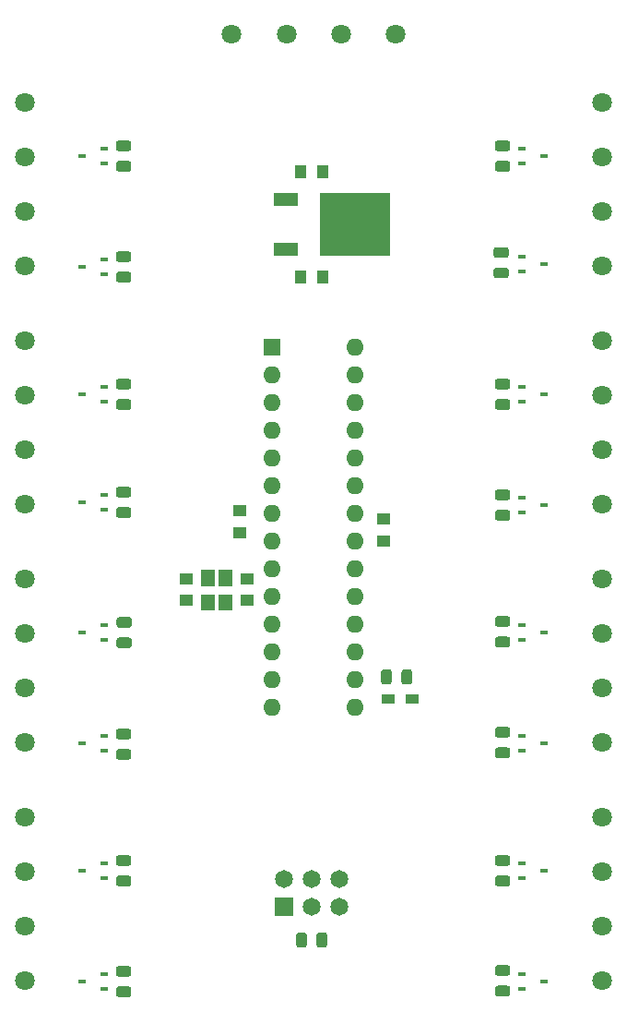
<source format=gbr>
%TF.GenerationSoftware,KiCad,Pcbnew,(5.1.9)-1*%
%TF.CreationDate,2021-06-30T11:02:33-04:00*%
%TF.ProjectId,disco_fish,64697363-6f5f-4666-9973-682e6b696361,rev?*%
%TF.SameCoordinates,Original*%
%TF.FileFunction,Soldermask,Top*%
%TF.FilePolarity,Negative*%
%FSLAX46Y46*%
G04 Gerber Fmt 4.6, Leading zero omitted, Abs format (unit mm)*
G04 Created by KiCad (PCBNEW (5.1.9)-1) date 2021-06-30 11:02:33*
%MOMM*%
%LPD*%
G01*
G04 APERTURE LIST*
%ADD10C,0.100000*%
%ADD11O,1.600000X1.600000*%
%ADD12R,1.600000X1.600000*%
%ADD13R,1.000000X1.250000*%
%ADD14R,1.250000X1.000000*%
%ADD15R,1.200000X0.900000*%
%ADD16C,1.651000*%
%ADD17R,1.651000X1.651000*%
%ADD18C,1.800000*%
%ADD19R,0.700000X0.450000*%
%ADD20R,6.400000X5.800000*%
%ADD21R,2.200000X1.200000*%
%ADD22R,1.200000X1.400000*%
G04 APERTURE END LIST*
D10*
%TO.C,Y1*%
G36*
X156311600Y-95072200D02*
G01*
X156311600Y-96469200D01*
X157505400Y-96469200D01*
X157505400Y-95072200D01*
X156311600Y-95072200D01*
G37*
X156311600Y-95072200D02*
X156311600Y-96469200D01*
X157505400Y-96469200D01*
X157505400Y-95072200D01*
X156311600Y-95072200D01*
G36*
X156311600Y-97332800D02*
G01*
X156311600Y-98729800D01*
X157505400Y-98729800D01*
X157505400Y-97332800D01*
X156311600Y-97332800D01*
G37*
X156311600Y-97332800D02*
X156311600Y-98729800D01*
X157505400Y-98729800D01*
X157505400Y-97332800D01*
X156311600Y-97332800D01*
G36*
X154660600Y-97332800D02*
G01*
X154660600Y-98729800D01*
X155854400Y-98729800D01*
X155854400Y-97332800D01*
X154660600Y-97332800D01*
G37*
X154660600Y-97332800D02*
X154660600Y-98729800D01*
X155854400Y-98729800D01*
X155854400Y-97332800D01*
X154660600Y-97332800D01*
G36*
X154660600Y-95072200D02*
G01*
X154660600Y-96469200D01*
X155854400Y-96469200D01*
X155854400Y-95072200D01*
X154660600Y-95072200D01*
G37*
X154660600Y-95072200D02*
X154660600Y-96469200D01*
X155854400Y-96469200D01*
X155854400Y-95072200D01*
X154660600Y-95072200D01*
%TD*%
D11*
%TO.C,U2*%
X168783000Y-74676000D03*
X161163000Y-107696000D03*
X168783000Y-77216000D03*
X161163000Y-105156000D03*
X168783000Y-79756000D03*
X161163000Y-102616000D03*
X168783000Y-82296000D03*
X161163000Y-100076000D03*
X168783000Y-84836000D03*
X161163000Y-97536000D03*
X168783000Y-87376000D03*
X161163000Y-94996000D03*
X168783000Y-89916000D03*
X161163000Y-92456000D03*
X168783000Y-92456000D03*
X161163000Y-89916000D03*
X168783000Y-94996000D03*
X161163000Y-87376000D03*
X168783000Y-97536000D03*
X161163000Y-84836000D03*
X168783000Y-100076000D03*
X161163000Y-82296000D03*
X168783000Y-102616000D03*
X161163000Y-79756000D03*
X168783000Y-105156000D03*
X161163000Y-77216000D03*
X168783000Y-107696000D03*
D12*
X161163000Y-74676000D03*
%TD*%
D13*
%TO.C,C1*%
X165846000Y-58547000D03*
X163846000Y-58547000D03*
%TD*%
%TO.C,C2*%
X165846000Y-68199000D03*
X163846000Y-68199000D03*
%TD*%
D14*
%TO.C,C3*%
X153289000Y-97901000D03*
X153289000Y-95901000D03*
%TD*%
%TO.C,C4*%
X158877000Y-97901000D03*
X158877000Y-95901000D03*
%TD*%
%TO.C,C5*%
X158242000Y-89678000D03*
X158242000Y-91678000D03*
%TD*%
%TO.C,C6*%
X171450000Y-90440000D03*
X171450000Y-92440000D03*
%TD*%
D15*
%TO.C,D1*%
X171874000Y-106934000D03*
X174074000Y-106934000D03*
%TD*%
D16*
%TO.C,J10*%
X167386000Y-123444000D03*
X167386000Y-125984000D03*
X164846000Y-123444000D03*
X164846000Y-125984000D03*
X162306000Y-123444000D03*
D17*
X162306000Y-125984000D03*
%TD*%
D18*
%TO.C,J1*%
X138493500Y-67197000D03*
X138493500Y-62197000D03*
X138493500Y-57197000D03*
X138493500Y-52197000D03*
%TD*%
%TO.C,J2*%
X138493500Y-74041000D03*
X138493500Y-79041000D03*
X138493500Y-84041000D03*
X138493500Y-89041000D03*
%TD*%
%TO.C,J3*%
X138493500Y-110885000D03*
X138493500Y-105885000D03*
X138493500Y-100885000D03*
X138493500Y-95885000D03*
%TD*%
%TO.C,J4*%
X138493500Y-117729000D03*
X138493500Y-122729000D03*
X138493500Y-127729000D03*
X138493500Y-132729000D03*
%TD*%
%TO.C,J5*%
X191516000Y-52208400D03*
X191516000Y-57208400D03*
X191516000Y-62208400D03*
X191516000Y-67208400D03*
%TD*%
%TO.C,J6*%
X191516000Y-89052400D03*
X191516000Y-84052400D03*
X191516000Y-79052400D03*
X191516000Y-74052400D03*
%TD*%
%TO.C,J7*%
X191516000Y-95896400D03*
X191516000Y-100896400D03*
X191516000Y-105896400D03*
X191516000Y-110896400D03*
%TD*%
%TO.C,J8*%
X191516000Y-132740400D03*
X191516000Y-127740400D03*
X191516000Y-122740400D03*
X191516000Y-117740400D03*
%TD*%
D19*
%TO.C,Q1*%
X184166000Y-110348000D03*
X184166000Y-111648000D03*
X186166000Y-110998000D03*
%TD*%
%TO.C,Q2*%
X186166000Y-67056000D03*
X184166000Y-67706000D03*
X184166000Y-66406000D03*
%TD*%
%TO.C,Q3*%
X145780000Y-101488000D03*
X145780000Y-100188000D03*
X143780000Y-100838000D03*
%TD*%
%TO.C,Q4*%
X143780000Y-57150000D03*
X145780000Y-56500000D03*
X145780000Y-57800000D03*
%TD*%
%TO.C,Q5*%
X186166000Y-100838000D03*
X184166000Y-101488000D03*
X184166000Y-100188000D03*
%TD*%
%TO.C,Q6*%
X184166000Y-56500000D03*
X184166000Y-57800000D03*
X186166000Y-57150000D03*
%TD*%
%TO.C,Q7*%
X143780000Y-110998000D03*
X145780000Y-110348000D03*
X145780000Y-111648000D03*
%TD*%
%TO.C,Q8*%
X145780000Y-67960000D03*
X145780000Y-66660000D03*
X143780000Y-67310000D03*
%TD*%
%TO.C,Q9*%
X186166000Y-132842000D03*
X184166000Y-133492000D03*
X184166000Y-132192000D03*
%TD*%
%TO.C,Q10*%
X184166000Y-88504000D03*
X184166000Y-89804000D03*
X186166000Y-89154000D03*
%TD*%
%TO.C,Q11*%
X143780000Y-122682000D03*
X145780000Y-122032000D03*
X145780000Y-123332000D03*
%TD*%
%TO.C,Q12*%
X145780000Y-79644000D03*
X145780000Y-78344000D03*
X143780000Y-78994000D03*
%TD*%
%TO.C,Q13*%
X186166000Y-122682000D03*
X184166000Y-123332000D03*
X184166000Y-122032000D03*
%TD*%
%TO.C,Q14*%
X184166000Y-78344000D03*
X184166000Y-79644000D03*
X186166000Y-78994000D03*
%TD*%
%TO.C,Q15*%
X143780000Y-132842000D03*
X145780000Y-132192000D03*
X145780000Y-133492000D03*
%TD*%
%TO.C,Q16*%
X145780000Y-89550000D03*
X145780000Y-88250000D03*
X143780000Y-88900000D03*
%TD*%
%TO.C,R1*%
G36*
G01*
X181915750Y-111369500D02*
X182828250Y-111369500D01*
G75*
G02*
X183072000Y-111613250I0J-243750D01*
G01*
X183072000Y-112100750D01*
G75*
G02*
X182828250Y-112344500I-243750J0D01*
G01*
X181915750Y-112344500D01*
G75*
G02*
X181672000Y-112100750I0J243750D01*
G01*
X181672000Y-111613250D01*
G75*
G02*
X181915750Y-111369500I243750J0D01*
G01*
G37*
G36*
G01*
X181915750Y-109494500D02*
X182828250Y-109494500D01*
G75*
G02*
X183072000Y-109738250I0J-243750D01*
G01*
X183072000Y-110225750D01*
G75*
G02*
X182828250Y-110469500I-243750J0D01*
G01*
X181915750Y-110469500D01*
G75*
G02*
X181672000Y-110225750I0J243750D01*
G01*
X181672000Y-109738250D01*
G75*
G02*
X181915750Y-109494500I243750J0D01*
G01*
G37*
%TD*%
%TO.C,R2*%
G36*
G01*
X181788750Y-65504000D02*
X182701250Y-65504000D01*
G75*
G02*
X182945000Y-65747750I0J-243750D01*
G01*
X182945000Y-66235250D01*
G75*
G02*
X182701250Y-66479000I-243750J0D01*
G01*
X181788750Y-66479000D01*
G75*
G02*
X181545000Y-66235250I0J243750D01*
G01*
X181545000Y-65747750D01*
G75*
G02*
X181788750Y-65504000I243750J0D01*
G01*
G37*
G36*
G01*
X181788750Y-67379000D02*
X182701250Y-67379000D01*
G75*
G02*
X182945000Y-67622750I0J-243750D01*
G01*
X182945000Y-68110250D01*
G75*
G02*
X182701250Y-68354000I-243750J0D01*
G01*
X181788750Y-68354000D01*
G75*
G02*
X181545000Y-68110250I0J243750D01*
G01*
X181545000Y-67622750D01*
G75*
G02*
X181788750Y-67379000I243750J0D01*
G01*
G37*
%TD*%
%TO.C,R3*%
G36*
G01*
X148073251Y-100388000D02*
X147160751Y-100388000D01*
G75*
G02*
X146917001Y-100144250I0J243750D01*
G01*
X146917001Y-99656750D01*
G75*
G02*
X147160751Y-99413000I243750J0D01*
G01*
X148073251Y-99413000D01*
G75*
G02*
X148317001Y-99656750I0J-243750D01*
G01*
X148317001Y-100144250D01*
G75*
G02*
X148073251Y-100388000I-243750J0D01*
G01*
G37*
G36*
G01*
X148073251Y-102263000D02*
X147160751Y-102263000D01*
G75*
G02*
X146917001Y-102019250I0J243750D01*
G01*
X146917001Y-101531750D01*
G75*
G02*
X147160751Y-101288000I243750J0D01*
G01*
X148073251Y-101288000D01*
G75*
G02*
X148317001Y-101531750I0J-243750D01*
G01*
X148317001Y-102019250D01*
G75*
G02*
X148073251Y-102263000I-243750J0D01*
G01*
G37*
%TD*%
%TO.C,R4*%
G36*
G01*
X148030250Y-56700000D02*
X147117750Y-56700000D01*
G75*
G02*
X146874000Y-56456250I0J243750D01*
G01*
X146874000Y-55968750D01*
G75*
G02*
X147117750Y-55725000I243750J0D01*
G01*
X148030250Y-55725000D01*
G75*
G02*
X148274000Y-55968750I0J-243750D01*
G01*
X148274000Y-56456250D01*
G75*
G02*
X148030250Y-56700000I-243750J0D01*
G01*
G37*
G36*
G01*
X148030250Y-58575000D02*
X147117750Y-58575000D01*
G75*
G02*
X146874000Y-58331250I0J243750D01*
G01*
X146874000Y-57843750D01*
G75*
G02*
X147117750Y-57600000I243750J0D01*
G01*
X148030250Y-57600000D01*
G75*
G02*
X148274000Y-57843750I0J-243750D01*
G01*
X148274000Y-58331250D01*
G75*
G02*
X148030250Y-58575000I-243750J0D01*
G01*
G37*
%TD*%
%TO.C,R5*%
G36*
G01*
X181915750Y-101209500D02*
X182828250Y-101209500D01*
G75*
G02*
X183072000Y-101453250I0J-243750D01*
G01*
X183072000Y-101940750D01*
G75*
G02*
X182828250Y-102184500I-243750J0D01*
G01*
X181915750Y-102184500D01*
G75*
G02*
X181672000Y-101940750I0J243750D01*
G01*
X181672000Y-101453250D01*
G75*
G02*
X181915750Y-101209500I243750J0D01*
G01*
G37*
G36*
G01*
X181915750Y-99334500D02*
X182828250Y-99334500D01*
G75*
G02*
X183072000Y-99578250I0J-243750D01*
G01*
X183072000Y-100065750D01*
G75*
G02*
X182828250Y-100309500I-243750J0D01*
G01*
X181915750Y-100309500D01*
G75*
G02*
X181672000Y-100065750I0J243750D01*
G01*
X181672000Y-99578250D01*
G75*
G02*
X181915750Y-99334500I243750J0D01*
G01*
G37*
%TD*%
%TO.C,R6*%
G36*
G01*
X181915750Y-55725000D02*
X182828250Y-55725000D01*
G75*
G02*
X183072000Y-55968750I0J-243750D01*
G01*
X183072000Y-56456250D01*
G75*
G02*
X182828250Y-56700000I-243750J0D01*
G01*
X181915750Y-56700000D01*
G75*
G02*
X181672000Y-56456250I0J243750D01*
G01*
X181672000Y-55968750D01*
G75*
G02*
X181915750Y-55725000I243750J0D01*
G01*
G37*
G36*
G01*
X181915750Y-57600000D02*
X182828250Y-57600000D01*
G75*
G02*
X183072000Y-57843750I0J-243750D01*
G01*
X183072000Y-58331250D01*
G75*
G02*
X182828250Y-58575000I-243750J0D01*
G01*
X181915750Y-58575000D01*
G75*
G02*
X181672000Y-58331250I0J243750D01*
G01*
X181672000Y-57843750D01*
G75*
G02*
X181915750Y-57600000I243750J0D01*
G01*
G37*
%TD*%
%TO.C,R7*%
G36*
G01*
X148030250Y-110626500D02*
X147117750Y-110626500D01*
G75*
G02*
X146874000Y-110382750I0J243750D01*
G01*
X146874000Y-109895250D01*
G75*
G02*
X147117750Y-109651500I243750J0D01*
G01*
X148030250Y-109651500D01*
G75*
G02*
X148274000Y-109895250I0J-243750D01*
G01*
X148274000Y-110382750D01*
G75*
G02*
X148030250Y-110626500I-243750J0D01*
G01*
G37*
G36*
G01*
X148030250Y-112501500D02*
X147117750Y-112501500D01*
G75*
G02*
X146874000Y-112257750I0J243750D01*
G01*
X146874000Y-111770250D01*
G75*
G02*
X147117750Y-111526500I243750J0D01*
G01*
X148030250Y-111526500D01*
G75*
G02*
X148274000Y-111770250I0J-243750D01*
G01*
X148274000Y-112257750D01*
G75*
G02*
X148030250Y-112501500I-243750J0D01*
G01*
G37*
%TD*%
%TO.C,R8*%
G36*
G01*
X148030250Y-66860000D02*
X147117750Y-66860000D01*
G75*
G02*
X146874000Y-66616250I0J243750D01*
G01*
X146874000Y-66128750D01*
G75*
G02*
X147117750Y-65885000I243750J0D01*
G01*
X148030250Y-65885000D01*
G75*
G02*
X148274000Y-66128750I0J-243750D01*
G01*
X148274000Y-66616250D01*
G75*
G02*
X148030250Y-66860000I-243750J0D01*
G01*
G37*
G36*
G01*
X148030250Y-68735000D02*
X147117750Y-68735000D01*
G75*
G02*
X146874000Y-68491250I0J243750D01*
G01*
X146874000Y-68003750D01*
G75*
G02*
X147117750Y-67760000I243750J0D01*
G01*
X148030250Y-67760000D01*
G75*
G02*
X148274000Y-68003750I0J-243750D01*
G01*
X148274000Y-68491250D01*
G75*
G02*
X148030250Y-68735000I-243750J0D01*
G01*
G37*
%TD*%
%TO.C,R9*%
G36*
G01*
X174066500Y-104445750D02*
X174066500Y-105358250D01*
G75*
G02*
X173822750Y-105602000I-243750J0D01*
G01*
X173335250Y-105602000D01*
G75*
G02*
X173091500Y-105358250I0J243750D01*
G01*
X173091500Y-104445750D01*
G75*
G02*
X173335250Y-104202000I243750J0D01*
G01*
X173822750Y-104202000D01*
G75*
G02*
X174066500Y-104445750I0J-243750D01*
G01*
G37*
G36*
G01*
X172191500Y-104445750D02*
X172191500Y-105358250D01*
G75*
G02*
X171947750Y-105602000I-243750J0D01*
G01*
X171460250Y-105602000D01*
G75*
G02*
X171216500Y-105358250I0J243750D01*
G01*
X171216500Y-104445750D01*
G75*
G02*
X171460250Y-104202000I243750J0D01*
G01*
X171947750Y-104202000D01*
G75*
G02*
X172191500Y-104445750I0J-243750D01*
G01*
G37*
%TD*%
%TO.C,R10*%
G36*
G01*
X181915750Y-133213500D02*
X182828250Y-133213500D01*
G75*
G02*
X183072000Y-133457250I0J-243750D01*
G01*
X183072000Y-133944750D01*
G75*
G02*
X182828250Y-134188500I-243750J0D01*
G01*
X181915750Y-134188500D01*
G75*
G02*
X181672000Y-133944750I0J243750D01*
G01*
X181672000Y-133457250D01*
G75*
G02*
X181915750Y-133213500I243750J0D01*
G01*
G37*
G36*
G01*
X181915750Y-131338500D02*
X182828250Y-131338500D01*
G75*
G02*
X183072000Y-131582250I0J-243750D01*
G01*
X183072000Y-132069750D01*
G75*
G02*
X182828250Y-132313500I-243750J0D01*
G01*
X181915750Y-132313500D01*
G75*
G02*
X181672000Y-132069750I0J243750D01*
G01*
X181672000Y-131582250D01*
G75*
G02*
X181915750Y-131338500I243750J0D01*
G01*
G37*
%TD*%
%TO.C,R11*%
G36*
G01*
X181915750Y-87729000D02*
X182828250Y-87729000D01*
G75*
G02*
X183072000Y-87972750I0J-243750D01*
G01*
X183072000Y-88460250D01*
G75*
G02*
X182828250Y-88704000I-243750J0D01*
G01*
X181915750Y-88704000D01*
G75*
G02*
X181672000Y-88460250I0J243750D01*
G01*
X181672000Y-87972750D01*
G75*
G02*
X181915750Y-87729000I243750J0D01*
G01*
G37*
G36*
G01*
X181915750Y-89604000D02*
X182828250Y-89604000D01*
G75*
G02*
X183072000Y-89847750I0J-243750D01*
G01*
X183072000Y-90335250D01*
G75*
G02*
X182828250Y-90579000I-243750J0D01*
G01*
X181915750Y-90579000D01*
G75*
G02*
X181672000Y-90335250I0J243750D01*
G01*
X181672000Y-89847750D01*
G75*
G02*
X181915750Y-89604000I243750J0D01*
G01*
G37*
%TD*%
%TO.C,R12*%
G36*
G01*
X148030250Y-124107000D02*
X147117750Y-124107000D01*
G75*
G02*
X146874000Y-123863250I0J243750D01*
G01*
X146874000Y-123375750D01*
G75*
G02*
X147117750Y-123132000I243750J0D01*
G01*
X148030250Y-123132000D01*
G75*
G02*
X148274000Y-123375750I0J-243750D01*
G01*
X148274000Y-123863250D01*
G75*
G02*
X148030250Y-124107000I-243750J0D01*
G01*
G37*
G36*
G01*
X148030250Y-122232000D02*
X147117750Y-122232000D01*
G75*
G02*
X146874000Y-121988250I0J243750D01*
G01*
X146874000Y-121500750D01*
G75*
G02*
X147117750Y-121257000I243750J0D01*
G01*
X148030250Y-121257000D01*
G75*
G02*
X148274000Y-121500750I0J-243750D01*
G01*
X148274000Y-121988250D01*
G75*
G02*
X148030250Y-122232000I-243750J0D01*
G01*
G37*
%TD*%
%TO.C,R13*%
G36*
G01*
X148030250Y-78544000D02*
X147117750Y-78544000D01*
G75*
G02*
X146874000Y-78300250I0J243750D01*
G01*
X146874000Y-77812750D01*
G75*
G02*
X147117750Y-77569000I243750J0D01*
G01*
X148030250Y-77569000D01*
G75*
G02*
X148274000Y-77812750I0J-243750D01*
G01*
X148274000Y-78300250D01*
G75*
G02*
X148030250Y-78544000I-243750J0D01*
G01*
G37*
G36*
G01*
X148030250Y-80419000D02*
X147117750Y-80419000D01*
G75*
G02*
X146874000Y-80175250I0J243750D01*
G01*
X146874000Y-79687750D01*
G75*
G02*
X147117750Y-79444000I243750J0D01*
G01*
X148030250Y-79444000D01*
G75*
G02*
X148274000Y-79687750I0J-243750D01*
G01*
X148274000Y-80175250D01*
G75*
G02*
X148030250Y-80419000I-243750J0D01*
G01*
G37*
%TD*%
%TO.C,R14*%
G36*
G01*
X181915750Y-123132000D02*
X182828250Y-123132000D01*
G75*
G02*
X183072000Y-123375750I0J-243750D01*
G01*
X183072000Y-123863250D01*
G75*
G02*
X182828250Y-124107000I-243750J0D01*
G01*
X181915750Y-124107000D01*
G75*
G02*
X181672000Y-123863250I0J243750D01*
G01*
X181672000Y-123375750D01*
G75*
G02*
X181915750Y-123132000I243750J0D01*
G01*
G37*
G36*
G01*
X181915750Y-121257000D02*
X182828250Y-121257000D01*
G75*
G02*
X183072000Y-121500750I0J-243750D01*
G01*
X183072000Y-121988250D01*
G75*
G02*
X182828250Y-122232000I-243750J0D01*
G01*
X181915750Y-122232000D01*
G75*
G02*
X181672000Y-121988250I0J243750D01*
G01*
X181672000Y-121500750D01*
G75*
G02*
X181915750Y-121257000I243750J0D01*
G01*
G37*
%TD*%
%TO.C,R15*%
G36*
G01*
X181915750Y-77569000D02*
X182828250Y-77569000D01*
G75*
G02*
X183072000Y-77812750I0J-243750D01*
G01*
X183072000Y-78300250D01*
G75*
G02*
X182828250Y-78544000I-243750J0D01*
G01*
X181915750Y-78544000D01*
G75*
G02*
X181672000Y-78300250I0J243750D01*
G01*
X181672000Y-77812750D01*
G75*
G02*
X181915750Y-77569000I243750J0D01*
G01*
G37*
G36*
G01*
X181915750Y-79444000D02*
X182828250Y-79444000D01*
G75*
G02*
X183072000Y-79687750I0J-243750D01*
G01*
X183072000Y-80175250D01*
G75*
G02*
X182828250Y-80419000I-243750J0D01*
G01*
X181915750Y-80419000D01*
G75*
G02*
X181672000Y-80175250I0J243750D01*
G01*
X181672000Y-79687750D01*
G75*
G02*
X181915750Y-79444000I243750J0D01*
G01*
G37*
%TD*%
%TO.C,R16*%
G36*
G01*
X148030250Y-134267000D02*
X147117750Y-134267000D01*
G75*
G02*
X146874000Y-134023250I0J243750D01*
G01*
X146874000Y-133535750D01*
G75*
G02*
X147117750Y-133292000I243750J0D01*
G01*
X148030250Y-133292000D01*
G75*
G02*
X148274000Y-133535750I0J-243750D01*
G01*
X148274000Y-134023250D01*
G75*
G02*
X148030250Y-134267000I-243750J0D01*
G01*
G37*
G36*
G01*
X148030250Y-132392000D02*
X147117750Y-132392000D01*
G75*
G02*
X146874000Y-132148250I0J243750D01*
G01*
X146874000Y-131660750D01*
G75*
G02*
X147117750Y-131417000I243750J0D01*
G01*
X148030250Y-131417000D01*
G75*
G02*
X148274000Y-131660750I0J-243750D01*
G01*
X148274000Y-132148250D01*
G75*
G02*
X148030250Y-132392000I-243750J0D01*
G01*
G37*
%TD*%
%TO.C,R17*%
G36*
G01*
X148030250Y-90325000D02*
X147117750Y-90325000D01*
G75*
G02*
X146874000Y-90081250I0J243750D01*
G01*
X146874000Y-89593750D01*
G75*
G02*
X147117750Y-89350000I243750J0D01*
G01*
X148030250Y-89350000D01*
G75*
G02*
X148274000Y-89593750I0J-243750D01*
G01*
X148274000Y-90081250D01*
G75*
G02*
X148030250Y-90325000I-243750J0D01*
G01*
G37*
G36*
G01*
X148030250Y-88450000D02*
X147117750Y-88450000D01*
G75*
G02*
X146874000Y-88206250I0J243750D01*
G01*
X146874000Y-87718750D01*
G75*
G02*
X147117750Y-87475000I243750J0D01*
G01*
X148030250Y-87475000D01*
G75*
G02*
X148274000Y-87718750I0J-243750D01*
G01*
X148274000Y-88206250D01*
G75*
G02*
X148030250Y-88450000I-243750J0D01*
G01*
G37*
%TD*%
%TO.C,R18*%
G36*
G01*
X163421000Y-129488250D02*
X163421000Y-128575750D01*
G75*
G02*
X163664750Y-128332000I243750J0D01*
G01*
X164152250Y-128332000D01*
G75*
G02*
X164396000Y-128575750I0J-243750D01*
G01*
X164396000Y-129488250D01*
G75*
G02*
X164152250Y-129732000I-243750J0D01*
G01*
X163664750Y-129732000D01*
G75*
G02*
X163421000Y-129488250I0J243750D01*
G01*
G37*
G36*
G01*
X165296000Y-129488250D02*
X165296000Y-128575750D01*
G75*
G02*
X165539750Y-128332000I243750J0D01*
G01*
X166027250Y-128332000D01*
G75*
G02*
X166271000Y-128575750I0J-243750D01*
G01*
X166271000Y-129488250D01*
G75*
G02*
X166027250Y-129732000I-243750J0D01*
G01*
X165539750Y-129732000D01*
G75*
G02*
X165296000Y-129488250I0J243750D01*
G01*
G37*
%TD*%
D20*
%TO.C,U1*%
X168807000Y-63372000D03*
D21*
X162507000Y-65652000D03*
X162507000Y-61092000D03*
%TD*%
D22*
%TO.C,Y1*%
X156933000Y-95801000D03*
X156933000Y-98001000D03*
X155233000Y-98001000D03*
X155233000Y-95801000D03*
%TD*%
D18*
%TO.C,J9*%
X172513000Y-45974000D03*
X167513000Y-45974000D03*
X162513000Y-45974000D03*
X157513000Y-45974000D03*
%TD*%
M02*

</source>
